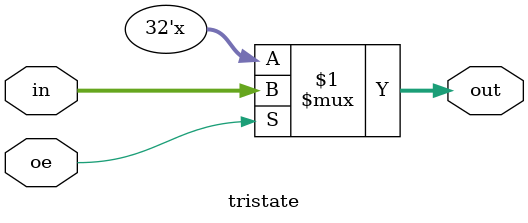
<source format=v>
module timing_sim_alu_isolated_tmr(
inA1, 
inA2, 
inA3, 
inB1, 
inB2, 
inB3, 
ctrl_ALUopcode, 
ctrl_shiftamt,
 
errorDetected_result, 
invalidOutput_result, 
out_result,

errorDetected_isNotEqual,
invalidOutput_isNotEqual,
out_isNotEqual,

errorDetected_isLessThan,
invalidOutput_isLessThan,
out_isLessThan
);
	input [31:0] inA1, inA2, inA3, inB1, inB2, inB3;
	input [4:0] ctrl_ALUopcode, ctrl_shiftamt;
	
	output errorDetected_result, invalidOutput_result;
	output [31:0] out_result;
	
	output errorDetected_isNotEqual, invalidOutput_isNotEqual;
	output out_isNotEqual;
	
	output errorDetected_isLessThan, invalidOutput_isLessThan;
	output out_isLessThan;
	
	wire [31:0] data_result1, data_result2, data_result3;
	wire isNotEqual1, isNotEqual2, isNotEqual3;
	wire isLessThan1, isLessThan2, isLessThan3;
	
	abl17_alu alu1(
		.data_operandA(inA1), 
		.data_operandB(inB1), 
		.ctrl_ALUopcode(ctrl_ALUopcode), 
		.ctrl_shiftamt(ctrl_shiftamt), 
		.data_result(data_result1), 
		.isNotEqual(isNotEqual1), 
		.isLessThan(isLessThan1)
	);
	
	abl17_alu alu2(
		.data_operandA(inA2), 
		.data_operandB(inB2), 
		.ctrl_ALUopcode(ctrl_ALUopcode), 
		.ctrl_shiftamt(ctrl_shiftamt), 
		.data_result(data_result2), 
		.isNotEqual(isNotEqual2), 
		.isLessThan(isLessThan2)
	);
	
	abl17_alu alu3(
		.data_operandA(inA3), 
		.data_operandB(inB3), 
		.ctrl_ALUopcode(ctrl_ALUopcode), 
		.ctrl_shiftamt(ctrl_shiftamt), 
		.data_result(data_result3), 
		.isNotEqual(isNotEqual3), 
		.isLessThan(isLessThan3)
	);
	
	generic_ternary_voter_32bit result_voter(
		.a(data_result1), 
		.b(data_result2), 
		.c(data_result3), 
		.errorDetected(errorDetected_result), 
		.invalidOutput(invalidOutput_result), 
		.out(out_result)
	);
	
	generic_ternary_voter_1bit isNotEqual_voter(
		.a(isNotEqual1), 
		.b(isNotEqual2), 
		.c(isNotEqual3), 
		.errorDetected(errorDetected_isNotEqual), 
		.invalidOutput(invalidOutput_isNotEqual), 
		.out(out_isNotEqual)	
	);
	
	generic_ternary_voter_1bit isLessThan_voter(
		.a(isLessThan1), 
		.b(isLessThan2), 
		.c(isLessThan3), 
		.errorDetected(errorDetected_isLessThan), 
		.invalidOutput(invalidOutput_isLessThan), 
		.out(out_isLessThan)	
	);
endmodule

module generic_ternary_voter_32bit(a, b, c, errorDetected, invalidOutput, out);
	input [31:0] a, b, c;
	output [31:0] out;
	output errorDetected;
	output invalidOutput;
	
	wire [31:0] a_equals_b_32_bits; 
	wire [31:0] b_equals_c_32_bits;
	wire [31:0] a_equals_c_32_bits;
	
	assign a_equals_b_32_bits = a ^ b;
	assign b_equals_c_32_bits = b ^ c;
	assign a_equals_c_32_bits = a ^ c;
	
	wire a_nequals_b;
	wire b_nequals_c;
	wire a_nequals_c;
	
	assign a_nequals_b = |a_equals_b_32_bits;
	assign b_nequals_c = |b_equals_c_32_bits;
	assign a_nequals_c = |a_equals_c_32_bits;
	
	assign errorDetected = a_nequals_b | b_nequals_c | a_nequals_c;
	assign invalidOutput = (a_nequals_b & b_nequals_c) | (a_nequals_b & a_nequals_c) | (b_nequals_c & a_nequals_c);
	
	assign out = (a & b) | (b & c) | (a & c);
endmodule

module generic_ternary_voter_1bit(a, b, c, errorDetected, invalidOutput, out);
	input a, b, c;
	output out;
	output errorDetected;
	output invalidOutput;
	
	wire a_equals_b_1_bits; 
	wire b_equals_c_1_bits;
	wire a_equals_c_1_bits;
	
	assign a_equals_b_1_bits = a ^ b;
	assign b_equals_c_1_bits = b ^ c;
	assign a_equals_c_1_bits = a ^ c;
	
	wire a_nequals_b;
	wire b_nequals_c;
	wire a_nequals_c;
	
	assign a_nequals_b = |a_equals_b_1_bits;
	assign b_nequals_c = |b_equals_c_1_bits;
	assign a_nequals_c = |a_equals_c_1_bits;
	
	assign errorDetected = a_nequals_b | b_nequals_c | a_nequals_c;
	assign invalidOutput = (a_nequals_b & b_nequals_c) | (a_nequals_b & a_nequals_c) | (b_nequals_c & a_nequals_c);
	
	assign out = (a & b) | (b & c) | (a & c);
endmodule

/**
*	Helper Modules (includes ALU, generic_ternary_voter_32bit, etc.)
*	Modules Needed:
	- abl17_alu (+)
	- mux_2to1 (+)
	- abl17_adder_32bit (+)
		- abl17_adder_16bit (+)
			- abl17_adder_4bit (+)
				- abl17_adder_1bit (+)
	- barrel_sll_32bit (+)
		- barrel_sll (+)
	- barrel_sra_32bit (+)
		- barrel_sra (+)
	- decoder1 (+)
	- tristate (+)
*/

module abl17_alu(data_operandA, data_operandB, ctrl_ALUopcode, ctrl_shiftamt, data_result, isNotEqual, isLessThan);
   input [31:0] data_operandA, data_operandB;
   input [4:0] ctrl_ALUopcode, ctrl_shiftamt;
   output [31:0] data_result;
   output isNotEqual, isLessThan;
	
	// OPCODES:
	// ADD: 00000
	// SUBTRACT: 00001
	// AND: 00010
	// OR: 00011
	// SLL: 00100
	// SRA: 00101
	
	parameter add_opcode = 0;
	parameter subtract_opcode = 1;
	parameter and_opcode = 2;
	parameter or_opcode = 3;
	parameter sll_opcode = 4;
	parameter sra_opcode = 5;
	
	wire [31:0] negateB;
	assign negateB = ~data_operandB;

	wire subOpcode_cin;
	assign subOpcode_cin =
			ctrl_ALUopcode == subtract_opcode ? 1'b1 : //Subtraction
			1'b0; //Not Subtraction
			
	wire [31:0] notB_mux_result;
	mux_2to1 notB_mux(.in0(data_operandB), .in1(negateB), .select(subOpcode_cin), .out(notB_mux_result));
	
	wire[31:0] adder_result;
	abl17_adder_32bit adder1(.a(data_operandA), .b(notB_mux_result), .cin(subOpcode_cin), .sum(adder_result));
	
	wire [31:0] and_result;
	assign and_result = data_operandA & data_operandB;
	
	wire [31:0] or_result;
	assign or_result = data_operandA | data_operandB;
	
	wire[31:0] sll_result;
	barrel_sll_32bit barrel_sll(.in(data_operandA), .shamt(ctrl_shiftamt), .out(sll_result)); // SLL for A!!!
	
	wire[31:0] sra_result;
	barrel_sra_32bit barrel_sra(.in(data_operandA), .shamt(ctrl_shiftamt), .out(sra_result)); // SRA for A!!!
	
	wire [31:0] decoder_output;
	decoder1 myDecoder(.inputBin(ctrl_ALUopcode), .outputHot(decoder_output));
	
	wire [31:0] tristate_input [31:0];
	
	assign tristate_input[0] = adder_result;
	assign tristate_input[1] = adder_result;
	assign tristate_input[2] = and_result;
	assign tristate_input[3] = or_result;
	assign tristate_input[4] = sll_result;
	assign tristate_input[5] = sra_result;
	
	genvar j3;
	generate
		for (j3 = 0; j3 < 32; j3 = j3 + 1) begin: loop1j3
			tristate myTristate(.in(tristate_input[j3]), .oe(decoder_output[j3]), .out(data_result));
		end 
	endgenerate
	
	assign isNotEqual = |(adder_result);
			
	assign isLessThan = (data_operandA[31] & !(data_operandB[31])) | 
								(adder_result[31] & !(data_operandA[31]) & !(data_operandB[31])) |
								(adder_result[31] & data_operandA[31] & data_operandB[31]); //Look at MSB because like... 2's complement
	
endmodule

module mux_2to1(in0, in1, select, out);
	input [31:0] in0;
	input [31:0] in1;
	input select;
	output [31:0] out;
	
	assign out = select ? in1 : in0;
endmodule

module abl17_adder_32bit(a, b, cin, sum);
	input [31:0] a;
	input [31:0] b;
	input cin;
	output [31:0] sum;
	
	wire [1:0] cin1;
	wire [1:0] gen1;
	wire [1:0] prop1;
	
	abl17_adder_16bit adder_16bit_1(.a(a[15:0]), .b(b[15:0]), .cin(cin), .gen(gen1[0]), .prop(prop1[0]), .sum(sum[15:0]));
	abl17_adder_16bit adder_16bit_2(.a(a[31:16]), .b(b[31:16]), .cin(cin1[0]), .gen(gen1[1]), .prop(prop1[1]), .sum(sum[31:16]));

	assign cin1[0] = gen1[0] | (prop1[0] & cin);
	assign cin1[1] = gen1[1] | (gen1[0] & prop1[1]) | (cin & prop1[0] & prop1[1]) ;
endmodule

module abl17_adder_16bit(a, b, cin, gen, prop, sum);
	input [15:0] a;
	input [15:0] b;
	input cin;
	output gen;
	output prop;
	output [15:0] sum;
	
	wire [3:0] cin1;
	wire [3:0] gen1;
	wire [3:0] prop1;
	
	abl17_adder_4bit adder_4bit_1(.a(a[3:0]), .b(b[3:0]), .cin(cin), .gen(gen1[0]), .prop(prop1[0]), .sum(sum[3:0]));
	abl17_adder_4bit adder_4bit_2(.a(a[7:4]), .b(b[7:4]), .cin(cin1[0]), .gen(gen1[1]), .prop(prop1[1]), .sum(sum[7:4]));
	abl17_adder_4bit adder_4bit_3(.a(a[11:8]), .b(b[11:8]), .cin(cin1[1]), .gen(gen1[2]), .prop(prop1[2]), .sum(sum[11:8]));
	abl17_adder_4bit adder_4bit_4(.a(a[15:12]), .b(b[15:12]), .cin(cin1[2]), .gen(gen1[3]), .prop(prop1[3]), .sum(sum[15:12]));

	assign cin1[0] = gen1[0] | (prop1[0] & cin);
	assign cin1[1] = gen1[1] | (gen1[0] & prop1[1]) | (cin & prop1[0] & prop1[1]) ;
	assign cin1[2] = gen1[2] | (gen1[1] & prop1[2]) | (gen1[0] & prop1[1] & prop1[2]) | (cin & prop1[0] & prop1[1] & prop1[2]);
	assign cin1[3] = gen1[3] | (gen1[2] & prop1[3]) | (gen1[1] & prop1[2] & prop1[3]) | (gen1[0] & prop1[1] & prop1[2] & prop1[3]) | (cin & prop1[0] & prop1[1] & prop1[2] & prop1[3]);
	
	assign gen = gen1[3] | (gen1[2] & prop1[3]) | (gen1[1] & prop1[3] & prop1[2]) | (gen1[0] & prop1[3] & prop1[2] & prop1[1]);
	assign prop = prop1[0] & prop1[1] & prop1[2] & prop1[3];
endmodule

module abl17_adder_4bit(a, b, cin, gen, prop, sum);
	input [3:0] a;
	input [3:0] b;
	input cin;
	output gen;
	output prop;
	output [3:0] sum;
	
	wire [3:0] cin1, gen1, prop1;
	
	abl17_adder_1bit adder1(.a(a[0]), .b(b[0]), .cin(cin), .gen(gen1[0]), .prop(prop1[0]), .sum(sum[0]));
	abl17_adder_1bit adder2(.a(a[1]), .b(b[1]), .cin(cin1[0]), .gen(gen1[1]), .prop(prop1[1]), .sum(sum[1]));
	abl17_adder_1bit adder3(.a(a[2]), .b(b[2]), .cin(cin1[1]), .gen(gen1[2]), .prop(prop1[2]), .sum(sum[2]));
	abl17_adder_1bit adder4(.a(a[3]), .b(b[3]), .cin(cin1[2]), .gen(gen1[3]), .prop(prop1[3]), .sum(sum[3]));

	assign cin1[0] = gen1[0] | (prop1[0] & cin);
	assign cin1[1] = gen1[1] | (gen1[0] & prop1[1]) | (cin & prop1[0] & prop1[1]) ;
	assign cin1[2] = gen1[2] | (gen1[1] & prop1[2]) | (gen1[0] & prop1[1] & prop1[2]) | (cin & prop1[0] & prop1[1] & prop1[2]);
	assign cin1[3] = gen1[3] | (gen1[2] & prop1[3]) | (gen1[1] & prop1[2] & prop1[3]) | (gen1[0] & prop1[1] & prop1[2] & prop1[3]) | (cin & prop1[0] & prop1[1] & prop1[2] & prop1[3]);
	
	assign gen = gen1[3] | (gen1[2] & prop1[3]) | (gen1[1] & prop1[3] & prop1[2]) | (gen1[0] & prop1[3] & prop1[2] & prop1[1]);
	assign prop = prop1[0] & prop1[1] & prop1[2] & prop1[3];
	
endmodule

module abl17_adder_1bit(a, b, cin, gen, prop, sum);
	input a;
	input b;
	input cin;
	output gen;
	output prop;
	output sum;
	
	assign gen = a & b;
	assign prop = a | b;
	assign sum = (~a & ~b & cin) | (~a & b & ~cin) | (a & ~b & ~cin) | (a & b & cin);
endmodule

module barrel_sll_32bit(in, shamt, out);
	input [31:0] in;
	input [4:0] shamt;
	output [31:0] out;
	
	wire [31:0] barIn [5:0];
	wire [31:0] shiftResult [4:0];
	
	assign barIn[5] = in;
	
	genvar i4;
	generate
		for (i4 = 4; i4 >= 0; i4 = i4 - 1) begin: loop0i4
			barrel_sll myBarrel(.in(barIn[i4+1]), .shamt(2**i4), .out(shiftResult[i4]));
			mux_2to1 myMux(.in0(barIn[i4+1]), .in1(shiftResult[i4]), .select(shamt[i4]), .out(barIn[i4]));
		end
	endgenerate

	assign out = barIn[0];
endmodule

module barrel_sll(in, shamt, out);
	input [31:0] in;
	input [4:0] shamt;
	output [31:0] out;
	
	assign out = (in << shamt);
endmodule

module barrel_sra_32bit(in, shamt, out);
	input [31:0] in;
	input [4:0] shamt;
	output [31:0] out;
	
	wire [31:0] barIn [5:0];
	wire [31:0] shiftResult [4:0];
	
	assign barIn[5] = in;
	
	genvar i5;
	generate
		for (i5 = 4; i5 >= 0; i5 = i5 - 1) begin: loop0i5
			barrel_sra myBarrel(.in(barIn[i5+1]), .shamt(2**i5), .out(shiftResult[i5]));
			mux_2to1 myMux(.in0(barIn[i5+1]), .in1(shiftResult[i5]), .select(shamt[i5]), .out(barIn[i5]));
		end
	endgenerate

	assign out = barIn[0];
endmodule

module barrel_sra(in, shamt, out);
	input signed [31:0] in;
	input [4:0] shamt;
	output signed [31:0] out;
	
	assign out = (in >>> shamt);
endmodule

module decoder1(inputBin, outputHot);
	input [4:0] inputBin;
	output [31:0] outputHot;
	
	wire [31:0] outputHot;
	assign outputHot = (1 << inputBin);
	
endmodule

module tristate(in, oe, out);
	input [31:0] in;
	input oe;
	output [31:0] out;
	
	assign out = oe ? in : 32'bz;
endmodule
</source>
